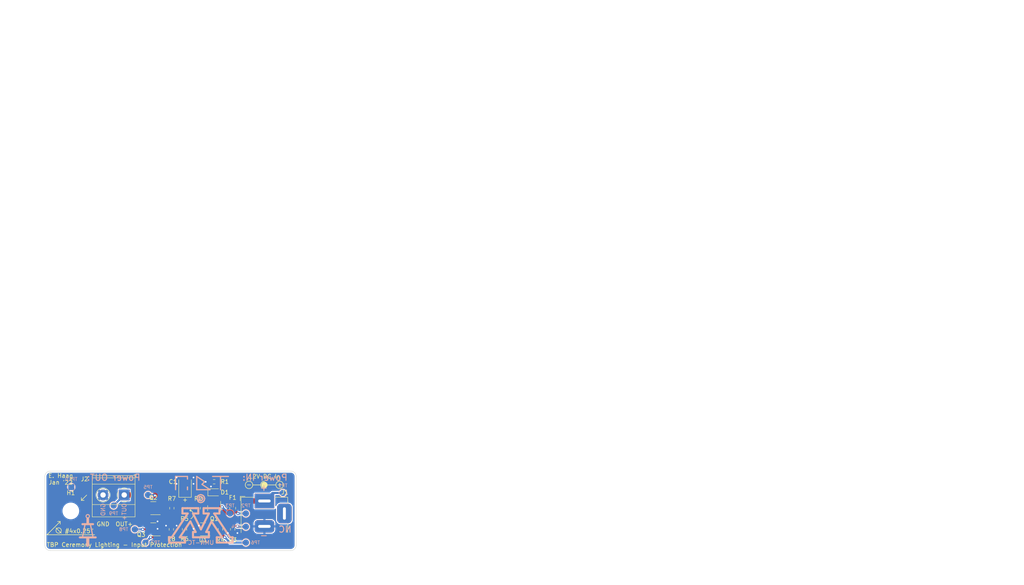
<source format=kicad_pcb>
(kicad_pcb (version 20211014) (generator pcbnew)
  (layers (0 "F.Cu" signal) (31 "B.Cu" signal) (34 "B.Paste" user) (35 "F.Paste" user) (36 "B.SilkS" user "B.Silkscreen") (37 "F.SilkS" user "F.Silkscreen") (38 "B.Mask" user) (39 "F.Mask" user) (44 "Edge.Cuts" user))
  (net 0 "")
  (net 1 "Net-(C1-Pad1)")
  (net 2 "GND")
  (net 3 "Net-(D1-Pad2)")
  (net 4 "Net-(F1-Pad1)")
  (net 5 "Net-(F1-Pad2)")
  (net 7 "Net-(J2-Pad1)")
  (net 8 "Net-(Q2-Pad1)")
  (net 9 "Net-(Q3-Pad1)")
  (net 10 "Net-(R2-Pad2)")
  (net 11 "Net-(R4-Pad2)")
  (footprint "Package_TO_SOT_SMD:SOT-23" (layer "F.Cu") (at 67.21 167.395 180)
    (fp_text reference "Q2" (at 0 2.54) (layer "F.SilkS"))
    (fp_text value "Si2369DS")
    (fp_line (start 0 -1.56) (end -1.675 -1.56) (layer "F.SilkS") (width 0.12))
    (fp_line (start 0 1.56) (end -0.65 1.56) (layer "F.SilkS") (width 0.12))
    (fp_line (start 0 1.56) (end 0.65 1.56) (layer "F.SilkS") (width 0.12))
    (fp_line (start 0 -1.56) (end 0.65 -1.56) (layer "F.SilkS") (width 0.12))
    (pad "1" smd roundrect locked (at -0.9375 -0.95 180) (size 1.475 0.6) (layers "F.Cu" "F.Paste" "F.Mask") (net 8 "Net-(Q2-Pad1)"))
    (pad "2" smd roundrect locked (at -0.9375 0.95 180) (size 1.475 0.6) (layers "F.Cu" "F.Paste" "F.Mask") (net 1 "Net-(C1-Pad1)"))
    (pad "3" smd roundrect locked (at 0.9375 0 180) (size 1.475 0.6) (layers "F.Cu" "F.Paste" "F.Mask") (net 7 "Net-(J2-Pad1)"))
  )
  (footprint "Package_TO_SOT_SMD:SOT-23" (layer "F.Cu") (at 79.155 172.475 180)
    (fp_text reference "U1" (at 0 -2.54) (layer "F.SilkS"))
    (fp_text value "ATL431DBZ")
    (fp_line (start 0 -1.56) (end 0.65 -1.56) (layer "F.SilkS") (width 0.12))
    (fp_line (start 0 -1.56) (end -1.675 -1.56) (layer "F.SilkS") (width 0.12))
    (fp_line (start 0 1.56) (end 0.65 1.56) (layer "F.SilkS") (width 0.12))
    (fp_line (start 0 1.56) (end -0.65 1.56) (layer "F.SilkS") (width 0.12))
    (pad "1" smd roundrect locked (at -0.9375 -0.95 180) (size 1.475 0.6) (layers "F.Cu" "F.Paste" "F.Mask") (net 11 "Net-(R4-Pad2)"))
    (pad "2" smd roundrect locked (at -0.9375 0.95 180) (size 1.475 0.6) (layers "F.Cu" "F.Paste" "F.Mask") (net 10 "Net-(R2-Pad2)"))
    (pad "3" smd roundrect locked (at 0.9375 0 180) (size 1.475 0.6) (layers "F.Cu" "F.Paste" "F.Mask") (net 2 "GND"))
  )
  (footprint "MountingHole:MountingHole_3.5mm" (layer "F.Cu") (at 47.405 168.055 -90)
    (fp_text reference "H1" (at -4.318 0 180) (layer "F.SilkS"))
    (fp_text value "#4 Mounting Hole")
    (pad "" np_thru_hole circle locked (at 0 0 270) (size 3.5 3.5) (drill 3.5) (layers *.Cu *.Mask))
  )
  (footprint "Resistor_SMD:R_0603_1608Metric" (layer "F.Cu") (at 74.71 172.475 -90)
    (fp_text reference "R6" (at 2.286 0) (layer "F.SilkS"))
    (fp_text value "47k")
    (fp_line (start -0.237258 0.5225) (end 0.237258 0.5225) (layer "F.SilkS") (width 0.12))
    (fp_line (start -0.237258 -0.5225) (end 0.237258 -0.5225) (layer "F.SilkS") (width 0.12))
    (pad "1" smd roundrect locked (at -0.825 0 270) (size 0.8 0.95) (layers "F.Cu" "F.Paste" "F.Mask") (net 11 "Net-(R4-Pad2)"))
    (pad "2" smd roundrect locked (at 0.825 0 270) (size 0.8 0.95) (layers "F.Cu" "F.Paste" "F.Mask") (net 9 "Net-(Q3-Pad1)"))
  )
  (footprint "Resistor_SMD:R_0603_1608Metric" (layer "F.Cu") (at 74.83 167.395 -90)
    (fp_text reference "R5" (at 2.54 0.127) (layer "F.SilkS"))
    (fp_text value "10k")
    (fp_line (start -0.237258 -0.5225) (end 0.237258 -0.5225) (layer "F.SilkS") (width 0.12))
    (fp_line (start -0.237258 0.5225) (end 0.237258 0.5225) (layer "F.SilkS") (width 0.12))
    (pad "1" smd roundrect locked (at -0.825 0 270) (size 0.8 0.95) (layers "F.Cu" "F.Paste" "F.Mask") (net 1 "Net-(C1-Pad1)"))
    (pad "2" smd roundrect locked (at 0.825 0 270) (size 0.8 0.95) (layers "F.Cu" "F.Paste" "F.Mask") (net 11 "Net-(R4-Pad2)"))
  )
  (footprint "Resistor_SMD:R_0603_1608Metric" (layer "F.Cu") (at 83.339 172.475 -90)
    (fp_text reference "R4" (at 2.54 0) (layer "F.SilkS"))
    (fp_text value "330k")
    (fp_line (start -0.237258 0.5225) (end 0.237258 0.5225) (layer "F.SilkS") (width 0.12))
    (fp_line (start -0.237258 -0.5225) (end 0.237258 -0.5225) (layer "F.SilkS") (width 0.12))
    (pad "1" smd roundrect locked (at -0.825 0 270) (size 0.8 0.95) (layers "F.Cu" "F.Paste" "F.Mask") (net 10 "Net-(R2-Pad2)"))
    (pad "2" smd roundrect locked (at 0.825 0 270) (size 0.8 0.95) (layers "F.Cu" "F.Paste" "F.Mask") (net 11 "Net-(R4-Pad2)"))
  )
  (footprint "Capacitor_Tantalum_SMD:CP_EIA-3528-12_Kemet-T" (layer "F.Cu") (at 74.83 162.315 90)
    (fp_text reference "C1" (at 1.27 -2.921) (layer "F.SilkS"))
    (fp_text value "10u")
    (fp_line (start -2.46 1.51) (end 1.75 1.51) (layer "F.SilkS") (width 0.12))
    (fp_line (start 1.75 -1.51) (end -2.46 -1.51) (layer "F.SilkS") (width 0.12))
    (fp_line (start -2.46 -1.51) (end -2.46 1.51) (layer "F.SilkS") (width 0.12))
    (pad "1" smd roundrect locked (at -1.5375 0 90) (size 1.325 2.35) (layers "F.Cu" "F.Paste" "F.Mask") (roundrect_rratio 0.1886792453) (net 1 "Net-(C1-Pad1)"))
    (pad "2" smd roundrect locked (at 1.5375 0 90) (size 1.325 2.35) (layers "F.Cu" "F.Paste" "F.Mask") (roundrect_rratio 0.1886792453) (net 2 "GND"))
  )
  (footprint "Package_TO_SOT_SMD:SOT-23" (layer "F.Cu") (at 67.21 172.475 180)
    (fp_text reference "Q3" (at 2.921 -1.27) (layer "F.SilkS"))
    (fp_text value "AO3404A")
    (fp_line (start 0 -1.56) (end -1.675 -1.56) (layer "F.SilkS") (width 0.12))
    (fp_line (start 0 1.56) (end 0.65 1.56) (layer "F.SilkS") (width 0.12))
    (fp_line (start 0 -1.56) (end 0.65 -1.56) (layer "F.SilkS") (width 0.12))
    (fp_line (start 0 1.56) (end -0.65 1.56) (layer "F.SilkS") (width 0.12))
    (pad "1" smd roundrect locked (at -0.9375 -0.95 180) (size 1.475 0.6) (layers "F.Cu" "F.Paste" "F.Mask") (net 9 "Net-(Q3-Pad1)"))
    (pad "2" smd roundrect locked (at -0.9375 0.95 180) (size 1.475 0.6) (layers "F.Cu" "F.Paste" "F.Mask") (net 2 "GND"))
    (pad "3" smd roundrect locked (at 0.9375 0 180) (size 1.475 0.6) (layers "F.Cu" "F.Paste" "F.Mask") (net 8 "Net-(Q2-Pad1)"))
  )
  (footprint "Fuse:Fuse_0805_2012Metric" (layer "F.Cu") (at 86.26 167.395 -90)
    (fp_text reference "F1" (at -2.54 0) (layer "F.SilkS"))
    (fp_text value " ‎0805L010/24YR‎")
    (fp_line (start -0.258578 0.71) (end 0.258578 0.71) (layer "F.SilkS") (width 0.12))
    (fp_line (start -0.258578 -0.71) (end 0.258578 -0.71) (layer "F.SilkS") (width 0.12))
    (pad "1" smd roundrect locked (at -0.9375 0 270) (size 0.975 1.4) (layers "F.Cu" "F.Paste" "F.Mask") (net 4 "Net-(F1-Pad1)"))
    (pad "2" smd roundrect locked (at 0.9375 0 270) (size 0.975 1.4) (layers "F.Cu" "F.Paste" "F.Mask") (net 5 "Net-(F1-Pad2)"))
  )
  (footprint "Resistor_SMD:R_0603_1608Metric" (layer "F.Cu") (at 81.815 161.045 180)
    (fp_text reference "R1" (at -2.54 0) (layer "F.SilkS"))
    (fp_text value "100k")
    (fp_line (start -0.237258 -0.5225) (end 0.237258 -0.5225) (layer "F.SilkS") (width 0.12))
    (fp_line (start -0.237258 0.5225) (end 0.237258 0.5225) (layer "F.SilkS") (width 0.12))
    (pad "1" smd roundrect locked (at -0.825 0 180) (size 0.8 0.95) (layers "F.Cu" "F.Paste" "F.Mask") (net 3 "Net-(D1-Pad2)"))
    (pad "2" smd roundrect locked (at 0.825 0 180) (size 0.8 0.95) (layers "F.Cu" "F.Paste" "F.Mask") (net 2 "GND"))
  )
  (footprint "Resistor_SMD:R_0603_1608Metric" (layer "F.Cu") (at 86.26 172.475 -90)
    (fp_text reference "R3" (at 2.54 0) (layer "F.SilkS"))
    (fp_text value "6k8")
    (fp_line (start -0.237258 0.5225) (end 0.237258 0.5225) (layer "F.SilkS") (width 0.12))
    (fp_line (start -0.237258 -0.5225) (end 0.237258 -0.5225) (layer "F.SilkS") (width 0.12))
    (pad "1" smd roundrect locked (at -0.825 0 270) (size 0.8 0.95) (layers "F.Cu" "F.Paste" "F.Mask") (net 10 "Net-(R2-Pad2)"))
    (pad "2" smd roundrect locked (at 0.825 0 270) (size 0.8 0.95) (layers "F.Cu" "F.Paste" "F.Mask") (net 2 "GND"))
  )
  (footprint "Resistor_SMD:R_0603_1608Metric" (layer "F.Cu") (at 71.535 172.475 90)
    (fp_text reference "R8" (at -2.286 0) (layer "F.SilkS"))
    (fp_text value "27k")
    (fp_line (start -0.237258 0.5225) (end 0.237258 0.5225) (layer "F.SilkS") (width 0.12))
    (fp_line (start -0.237258 -0.5225) (end 0.237258 -0.5225) (layer "F.SilkS") (width 0.12))
    (pad "1" smd roundrect locked (at -0.825 0 90) (size 0.8 0.95) (layers "F.Cu" "F.Paste" "F.Mask") (net 9 "Net-(Q3-Pad1)"))
    (pad "2" smd roundrect locked (at 0.825 0 90) (size 0.8 0.95) (layers "F.Cu" "F.Paste" "F.Mask") (net 2 "GND"))
  )
  (footprint "Package_TO_SOT_SMD:SOT-23" (layer "F.Cu") (at 81.815 167.395 -90)
    (fp_text reference "Q1" (at 2.54 0) (layer "F.SilkS"))
    (fp_text value "Si2369DS")
    (fp_line (start 0 1.56) (end -0.65 1.56) (layer "F.SilkS") (width 0.12))
    (fp_line (start 0 1.56) (end 0.65 1.56) (layer "F.SilkS") (width 0.12))
    (fp_line (start 0 -1.56) (end -1.675 -1.56) (layer "F.SilkS") (width 0.12))
    (fp_line (start 0 -1.56) (end 0.65 -1.56) (layer "F.SilkS") (width 0.12))
    (pad "1" smd roundrect locked (at -0.9375 -0.95 270) (size 1.475 0.6) (layers "F.Cu" "F.Paste" "F.Mask") (net 3 "Net-(D1-Pad2)"))
    (pad "2" smd roundrect locked (at -0.9375 0.95 270) (size 1.475 0.6) (layers "F.Cu" "F.Paste" "F.Mask") (net 1 "Net-(C1-Pad1)"))
    (pad "3" smd roundrect locked (at 0.9375 0 270) (size 1.475 0.6) (layers "F.Cu" "F.Paste" "F.Mask") (net 5 "Net-(F1-Pad2)"))
  )
  (footprint "Resistor_SMD:R_0603_1608Metric" (layer "F.Cu") (at 78.005 167.395 -90)
    (fp_text reference "R2" (at -2.286 0) (layer "F.SilkS"))
    (fp_text value "33k")
    (fp_line (start -0.237258 -0.5225) (end 0.237258 -0.5225) (layer "F.SilkS") (width 0.12))
    (fp_line (start -0.237258 0.5225) (end 0.237258 0.5225) (layer "F.SilkS") (width 0.12))
    (pad "1" smd roundrect locked (at -0.825 0 270) (size 0.8 0.95) (layers "F.Cu" "F.Paste" "F.Mask") (net 1 "Net-(C1-Pad1)"))
    (pad "2" smd roundrect locked (at 0.825 0 270) (size 0.8 0.95) (layers "F.Cu" "F.Paste" "F.Mask") (net 10 "Net-(R2-Pad2)"))
  )
  (footprint "TerminalBlock_Phoenix:TerminalBlock_Phoenix_MKDS-1,5-2-5.08_1x02_P5.08mm_Horizontal" (layer "F.Cu") (at 60.225 164.22 180)
    (fp_text reference "J2" (at 9.525 3.81 180) (layer "F.SilkS"))
    (fp_text value "Phoenix PT")
    (fp_line (start 6.355 -1.069) (end 6.308 -1.023) (layer "F.SilkS") (width 0.12))
    (fp_line (start -2.6 -2.301) (end 7.68 -2.301) (layer "F.SilkS") (width 0.12))
    (fp_line (start -2.6 -5.261) (end -2.6 4.66) (layer "F.SilkS") (width 0.12))
    (fp_line (start 3.853 1.023) (end 3.806 1.069) (layer "F.SilkS") (width 0.12))
    (fp_line (start -2.6 2.6) (end 7.68 2.6) (layer "F.SilkS") (width 0.12))
    (fp_line (start -2.6 -5.261) (end 7.68 -5.261) (layer "F.SilkS") (width 0.12))
    (fp_line (start 6.15 -1.275) (end 6.115 -1.239) (layer "F.SilkS") (width 0.12))
    (fp_line (start -2.6 4.1) (end 7.68 4.1) (layer "F.SilkS") (width 0.12))
    (fp_line (start 4.046 1.239) (end 4.011 1.274) (layer "F.SilkS") (width 0.12))
    (fp_line (start -2.84 4.16) (end -2.84 4.9) (layer "F.SilkS") (width 0.12))
    (fp_line (start 7.68 -5.261) (end 7.68 4.66) (layer "F.SilkS") (width 0.12))
    (fp_line (start -2.6 4.66) (end 7.68 4.66) (layer "F.SilkS") (width 0.12))
    (fp_line (start -2.84 4.9) (end -2.34 4.9) (layer "F.SilkS") (width 0.12))
    (fp_arc (start -1.535427 0.683042) (mid -1.680501 -0.000524) (end -1.535 -0.684) (layer "F.SilkS") (width 0.12))
    (fp_arc (start -0.683042 -1.535427) (mid 0.000524 -1.680501) (end 0.684 -1.535) (layer "F.SilkS") (width 0.12))
    (fp_arc (start 0.683318 1.534756) (mid 0.349292 1.643288) (end 0 1.68) (layer "F.SilkS") (width 0.12))
    (fp_arc (start 1.535427 -0.683042) (mid 1.680501 0.000524) (end 1.535 0.684) (layer "F.SilkS") (width 0.12))
    (fp_arc (start 0.028805 1.680253) (mid -0.335551 1.646659) (end -0.684 1.535) (layer "F.SilkS") (width 0.12))
    (fp_circle (center 5.08 0) (end 6.76 0) (layer "F.SilkS") (width 0.12) (fill none))
    (pad "1" thru_hole rect locked (at 0 0 180) (size 2.6 2.6) (drill 1.3) (layers *.Cu *.Mask) (net 7 "Net-(J2-Pad1)"))
    (pad "2" thru_hole circle locked (at 5.08 0 180) (size 2.6 2.6) (drill 1.3) (layers *.Cu *.Mask) (net 2 "GND"))
  )
  (footprint "Diode_SMD:D_SOD-323F" (layer "F.Cu") (at 81.815 163.585)
    (fp_text reference "D1" (at 2.54 0) (layer "F.SilkS"))
    (fp_text value "‎PZU16B2")
    (fp_line (start -1.5 0.85) (end 1.05 0.85) (layer "F.SilkS") (width 0.12))
    (fp_line (start -1.5 -0.85) (end -1.5 0.85) (layer "F.SilkS") (width 0.12))
    (fp_line (start -1.5 -0.85) (end 1.05 -0.85) (layer "F.SilkS") (width 0.12))
    (pad "1" smd rect locked (at -1.1 0) (size 0.5 0.5) (layers "F.Cu" "F.Paste" "F.Mask") (net 1 "Net-(C1-Pad1)"))
    (pad "2" smd rect locked (at 1.1 0) (size 0.5 0.5) (layers "F.Cu" "F.Paste" "F.Mask") (net 3 "Net-(D1-Pad2)"))
  )
  (footprint "user_Connector:BarrelJack_CUI_PJ-066A" (layer "F.Cu") (at 93.88 165.665 90)
    (fp_text reference "J1" (at 2.08 4.9025 180) (layer "F.SilkS"))
    (fp_text value "PJ-066B")
    (fp_line (start 0.9 -5.6) (end 0.9 -2.5) (layer "F.SilkS") (width 0.12))
    (fp_line (start 0.9 5.6) (end -0.5 5.6) (layer "F.SilkS") (width 0.12))
    (fp_line (start 0.05 -5.8) (end 1.1 -5.8) (layer "F.SilkS") (width 0.12))
    (fp_line (start 1.1 -4.65) (end 1.1 -5.8) (layer "F.SilkS") (width 0.12))
    (fp_line (start 0.9 2.5) (end 0.9 5.6) (layer "F.SilkS") (width 0.12))
    (fp_line (start -7.6 -5.6) (end 0.9 -5.6) (layer "F.SilkS") (width 0.12))
    (fp_line (start -5.5 5.6) (end -7.6 5.6) (layer "F.SilkS") (width 0.12))
    (pad "1" thru_hole rect (at 0 0 90) (size 3.5 4.7) (drill oval 0.7 3) (layers *.Cu *.Mask) (net 4 "Net-(F1-Pad1)"))
    (pad "2" thru_hole roundrect (at -6.1 0 90) (size 3 4.7) (drill oval 0.7 3) (layers *.Cu *.Mask) (net 2 "GND"))
    (pad "3" thru_hole roundrect (at -3 4.8 90) (size 4.7 3.5) (drill oval 3 0.7) (layers *.Cu *.Mask))
  )
  (footprint "Resistor_SMD:R_0603_1608Metric" (layer "F.Cu") (at 71.655 167.395 -90)
    (fp_text reference "R7" (at -2.286 0) (layer "F.SilkS"))
    (fp_text value "10k")
    (fp_line (start -0.237258 0.5225) (end 0.237258 0.5225) (layer "F.SilkS") (width 0.12))
    (fp_line (start -0.237258 -0.5225) (end 0.237258 -0.5225) (layer "F.SilkS") (width 0.12))
    (pad "1" smd roundrect locked (at -0.825 0 270) (size 0.8 0.95) (layers "F.Cu" "F.Paste" "F.Mask") (net 1 "Net-(C1-Pad1)"))
    (pad "2" smd roundrect locked (at 0.825 0 270) (size 0.8 0.95) (layers "F.Cu" "F.Paste" "F.Mask") (net 8 "Net-(Q2-Pad1)"))
  )
  (footprint "TestPoint:TestPoint_Pad_D1.5mm" (layer "B.Cu") (at 89.435 171.84)
    (fp_text reference "TP4" (at -2.413 0) (layer "B.SilkS") (effects (font (size 0.8 0.8) (thickness 0.12)) (justify mirror)))
    (fp_text value "TestPoint_Small")
    (fp_circle (center 0 0) (end 0 -0.95) (layer "B.SilkS") (width 0.12) (fill none))
    (pad "1" smd circle locked (at 0 0) (size 1.5 1.5) (layers "B.Cu" "B.Mask") (net 10 "Net-(R2-Pad2)"))
  )
  (footprint "TestPoint:TestPoint_Pad_D1.5mm" (layer "B.Cu") (at 85.625 168.665)
    (fp_text reference "TP3" (at 0 -1.88) (layer "B.SilkS") (effects (font (size 0.8 0.8) (thickness 0.12)) (justify mirror)))
    (fp_text value "TestPoint_Small")
    (fp_circle (center 0 0) (end 0 -0.95) (layer "B.SilkS") (width 0.12) (fill none))
    (pad "1" smd circle locked (at 0 0) (size 1.5 1.5) (layers "B.Cu" "B.Mask") (net 3 "Net-(D1-Pad2)"))
  )
  (footprint "TestPoint:TestPoint_Pad_D1.5mm" (layer "B.Cu") (at 65.94 164.22 180)
    (fp_text reference "TP5" (at 0 1.88) (layer "B.SilkS") (effects (font (size 0.8 0.8) (thickness 0.12)) (justify mirror)))
    (fp_text value "TestPoint_Small")
    (fp_circle (center 0 0) (end 0 -0.95) (layer "B.SilkS") (width 0.12) (fill none))
    (pad "1" smd circle locked (at 0 0 180) (size 1.5 1.5) (layers "B.Cu" "B.Mask") (net 1 "Net-(C1-Pad1)"))
  )
  (footprint "TestPoint:TestPoint_Pad_D1.5mm" (layer "B.Cu") (at 98.325 163.737)
    (fp_text reference "TP1" (at 0 -1.778) (layer "B.SilkS") (effects (font (size 0.8 0.8) (thickness 0.12)) (justify mirror)))
    (fp_text value "TestPoint_Small")
    (fp_circle (center 0 0) (end 0 -0.95) (layer "B.SilkS") (width 0.12) (fill none))
    (pad "1" smd circle locked (at 0 0) (size 1.5 1.5) (layers "B.Cu" "B.Mask") (net 4 "Net-(F1-Pad1)"))
  )
  (footprint "TestPoint:TestPoint_Pad_D1.5mm" (layer "B.Cu") (at 89.435 175.65 180)
    (fp_text reference "TP6" (at -2.293 0) (layer "B.SilkS") (effects (font (size 0.8 0.8) (thickness 0.12)) (justify mirror)))
    (fp_text value "TestPoint_Small")
    (fp_circle (center 0 0) (end 0 -0.95) (layer "B.SilkS") (width 0.12) (fill none))
    (pad "1" smd circle locked (at 0 0 180) (size 1.5 1.5) (layers "B.Cu" "B.Mask") (net 11 "Net-(R4-Pad2)"))
  )
  (footprint "TestPoint:TestPoint_Pad_D1.5mm" (layer "B.Cu") (at 65.305 175.65 180)
    (fp_text reference "TP7" (at -2.42 0) (layer "B.SilkS") (effects (font (size 0.8 0.8) (thickness 0.12)) (justify mirror)))
    (fp_text value "TestPoint_Small")
    (fp_circle (center 0 0) (end 0 -0.95) (layer "B.SilkS") (width 0.12) (fill none))
    (pad "1" smd circle locked (at 0 0 180) (size 1.5 1.5) (layers "B.Cu" "B.Mask") (net 9 "Net-(Q3-Pad1)"))
  )
  (footprint "TestPoint:TestPoint_Pad_D1.5mm" (layer "B.Cu") (at 57.685 166.76 180)
    (fp_text reference "TP9" (at 0 -1.905) (layer "B.SilkS") (effects (font (size 0.8 0.8) (thickness 0.12)) (justify mirror)))
    (fp_text value "TestPoint_Small")
    (fp_circle (center 0 0) (end 0 -0.95) (layer "B.SilkS") (width 0.12) (fill none))
    (pad "1" smd circle locked (at 0 0 180) (size 1.5 1.5) (layers "B.Cu" "B.Mask") (net 7 "Net-(J2-Pad1)"))
  )
  (footprint "TestPoint:TestPoint_Pad_D1.5mm" (layer "B.Cu") (at 47.525 162.315 180)
    (fp_text reference "TP10" (at 0 1.88) (layer "B.SilkS") (effects (font (size 0.8 0.8) (thickness 0.12)) (justify mirror)))
    (fp_text value "TestPoint_Small")
    (fp_circle (center 0 0) (end 0 -0.95) (layer "B.SilkS") (width 0.12) (fill none))
    (pad "1" smd circle locked (at 0 0 180) (size 1.5 1.5) (layers "B.Cu" "B.Mask") (net 2 "GND"))
  )
  (footprint "TestPoint:TestPoint_Pad_D1.5mm" (layer "B.Cu") (at 62.765 172.475 180)
    (fp_text reference "TP8" (at 2.66 0) (layer "B.SilkS") (effects (font (size 0.8 0.8) (thickness 0.12)) (justify mirror)))
    (fp_text value "TestPoint_Small")
    (fp_circle (center 0 0) (end 0 -0.95) (layer "B.SilkS") (width 0.12) (fill none))
    (pad "1" smd circle locked (at 0 0 180) (size 1.5 1.5) (layers "B.Cu" "B.Mask") (net 8 "Net-(Q2-Pad1)"))
  )
  (footprint "TestPoint:TestPoint_Pad_D1.5mm" (layer "B.Cu") (at 89.435 168.665)
    (fp_text reference "TP2" (at 0 -1.88) (layer "B.SilkS") (effects (font (size 0.8 0.8) (thickness 0.12)) (justify mirror)))
    (fp_text value "TestPoint_Small")
    (fp_circle (center 0 0) (end 0 -0.95) (layer "B.SilkS") (width 0.12) (fill none))
    (pad "1" smd circle locked (at 0 0) (size 1.5 1.5) (layers "B.Cu" "B.Mask") (net 5 "Net-(F1-Pad2)"))
  )
  (gr_circle (center 51.469 169.325) (end 51.870609 169.325) (layer "B.SilkS") (width 0.25) (fill none))
  (gr_line (start 71.655 174.38) (end 75.465 168.665) (layer "B.SilkS") (width 0.5))
  (gr_line (start 78.64 172.475) (end 80.545 168.665) (layer "B.SilkS") (width 0.5))
  (gr_line (start 77.37 173.11) (end 76.1 170.57) (layer "B.SilkS") (width 0.5))
  (gr_line (start 74.195 168.665) (end 75.465 168.665) (layer "B.SilkS") (width 0.5))
  (gr_line (start 75.4085 159.775) (end 75.4085 160.41) (layer "B.SilkS") (width 0.3))
  (gr_line (start 79.275 167.395) (end 79.275 168.665) (layer "B.SilkS") (width 0.5))
  (gr_line (start 53.374 174.405) (end 49.564 174.405) (layer "B.SilkS") (width 0.5))
  (gr_line (start 76.735 168.665) (end 78.005 168.665) (layer "B.SilkS") (width 0.5))
  (gr_line (start 72.551 159.775) (end 75.4085 159.775) (layer "B.SilkS") (width 0.3))
  (gr_line (start 77.37 173.11) (end 76.735 173.11) (layer "B.SilkS") (width 0.5))
  (gr_line (start 83.085 167.395) (end 79.275 167.395) (layer "B.SilkS") (width 0.5))
  (gr_line (start 86.26 174.38) (end 85.625 174.38) (layer "B.SilkS") (width 0.5))
  (gr_line (start 79.275 168.665) (end 80.545 168.665) (layer "B.SilkS") (width 0.5))
  (gr_line (start 78.005 167.395) (end 74.195 167.395) (layer "B.SilkS") (width 0.5))
  (gr_line (start 52.739 171.23) (end 50.199 171.23) (layer "B.SilkS") (width 0.5))
  (gr_line (start 78.005 167.395) (end 78.005 168.665) (layer "B.SilkS") (width 0.5))
  (gr_line (start 79.536 161.045) (end 78.901 161.68) (layer "B.SilkS") (width 0.3))
  (gr_line (start 72.551 162.95) (end 72.551 159.775) (layer "B.SilkS") (width 0.3))
  (gr_line (start 76.735 174.38) (end 76.735 173.11) (layer "B.SilkS") (width 0.5))
  (gr_line (start 86.26 174.38) (end 86.26 175.65) (layer "B.SilkS") (width 0.5))
  (gr_line (start 75.4085 162.315) (end 75.4085 162.95) (layer "B.SilkS") (width 0.3))
  (gr_line (start 74.195 167.395) (end 74.195 168.665) (layer "B.SilkS") (width 0.5))
  (gr_line (start 78.64 172.475) (end 76.735 168.665) (layer "B.SilkS") (width 0.5))
  (gr_line (start 50.834 171.23) (end 50.199 174.405) (layer "B.SilkS") (width 0.3))
  (gr_line (start 71.02 175.65) (end 74.83 175.65) (layer "B.SilkS") (width 0.5))
  (gr_line (start 77.631 162.95) (end 77.631 159.775) (layer "B.SilkS") (width 0.3))
  (gr_line (start 80.806 162.95) (end 77.631 162.95) (layer "B.SilkS") (width 0.3))
  (gr_line (start 79.91 173.11) (end 81.18 170.57) (layer "B.SilkS") (width 0.5))
  (gr_line (start 83.085 167.395) (end 83.085 168.665) (layer "B.SilkS") (width 0.5))
  (gr_line (start 80.545 173.11) (end 79.91 173.11) (layer "B.SilkS") (width 0.5))
  (gr_line (start 52.104 171.23) (end 52.739 174.405) (layer "B.SilkS") (width 0.3))
  (gr_line (start 81.815 168.665) (end 83.085 168.665) (layer "B.SilkS") (width 0.5))
  (gr_line (start 83.346 159.775) (end 83.346 162.95) (layer "B.SilkS") (width 0.3))
  (gr_line (start 83.72 174.38) (end 82.45 174.38) (layer "B.SilkS") (width 0.5))
  (gr_line (start 83.72 174.38) (end 81.18 170.57) (layer "B.SilkS") (width 0.5))
  (gr_line (start 74.83 174.38) (end 73.56 174.38) (layer "B.SilkS") (width 0.5))
  (gr_line (start 51.469 171.103) (end 51.469 169.96) (layer "B.SilkS") (width 0.65))
  (gr_line (start 78.901 161.68) (end 80.806 162.95) (layer "B.SilkS") (width 0.3))
  (gr_line (start 82.45 175.65) (end 86.26 175.65) (layer "B.SilkS") (width 0.5))
  (gr_line (start 51.469 176.31) (end 51.469 174.659) (layer "B.SilkS") (width 0.75))
  (gr_line (start 76.735 174.38) (end 80.545 174.38) (layer "B.SilkS") (width 0.5))
  (gr_line (start 81.441 159.775) (end 85.251 159.775) (layer "B.SilkS") (width 0.3))
  (gr_line (start 82.45 174.38) (end 82.45 175.65) (layer "B.SilkS") (width 0.5))
  (gr_line (start 80.545 174.38) (end 80.545 173.11) (layer "B.SilkS") (width 0.5))
  (gr_line (start 85.625 174.38) (end 81.815 168.665) (layer "B.SilkS") (width 0.5))
  (gr_line (start 74.83 174.38) (end 74.83 175.65) (layer "B.SilkS") (width 0.5))
  (gr_line (start 73.56 174.38) (end 76.1 170.57) (layer "B.SilkS") (width 0.5))
  (gr_line (start 77.631 159.775) (end 79.536 161.045) (layer "B.SilkS") (width 0.3))
  (gr_line (start 71.02 174.38) (end 71.655 174.38) (layer "B.SilkS") (width 0.5))
  (gr_line (start 71.02 174.38) (end 71.02 175.65) (layer "B.SilkS") (width 0.5))
  (gr_circle (center 93.88 161.807) (end 93.880001 161.807) (layer "F.SilkS") (width 0.75) (fill none))
  (gr_line (start 49.945 165.515) (end 50.58 165.515) (layer "F.SilkS") (width 0.15))
  (gr_circle (center 90.178949 161.807) (end 90.813949 162.442) (layer "F.SilkS") (width 0.15) (fill none))
  (gr_line (start 44.865 170.595) (end 44.865 171.23) (layer "F.SilkS") (width 0.15))
  (gr_line (start 75.973 167.903) (end 76.227 167.649) (layer "F.SilkS") (width 0.15))
  (gr_line (start 43.849 172.119) (end 45.119 173.389) (layer "F.SilkS") (width 0.15))
  (gr_line (start 96.637899 161.807) (end 94.233924 161.807) (layer "F.SilkS") (width 0.15))
  (gr_circle (center 97.535924 161.807) (end 96.900924 161.172) (layer "F.SilkS") (width 0.15) (fill none))
  (gr_line (start 49.945 165.515) (end 49.945 164.88) (layer "F.SilkS") (width 0.15))
  (gr_line (start 41.69 173.77) (end 53.12 173.77) (layer "F.SilkS") (width 0.15))
  (gr_arc (start 76.227 167.903) (mid 76.790799 168.919) (end 76.227 169.935) (layer "F.SilkS") (width 0.15))
  (gr_line (start 75.973 167.903) (end 76.227 168.157) (layer "F.SilkS") (width 0.15))
  (gr_line (start 91.076974 161.807) (end 92.981974 161.807) (layer "F.SilkS") (width 0.15))
  (gr_circle (center 44.484 172.754) (end 45.119 172.754) (layer "F.SilkS") (width 0.15) (fill none))
  (gr_line (start 41.69 173.77) (end 44.865 170.595) (layer "F.SilkS") (width 0.15))
  (gr_line (start 76.227 167.903) (end 75.973 167.903) (layer "F.SilkS") (width 0.15))
  (gr_line (start 51.215 164.245) (end 49.945 165.515) (layer "F.SilkS") (width 0.15))
  (gr_line (start 44.865 170.595) (end 44.23 170.595) (layer "F.SilkS") (width 0.15))
  (gr_arc (start 93.88 162.705026) (mid 92.981974 161.807) (end 93.88 160.908974) (layer "F.SilkS") (width 0.15))
  (gr_line (start 41.175 176.285) (end 41.175 159.775) (layer "Edge.Cuts") (width 0.1))
  (gr_arc (start 101.5 176.285) (mid 101.128026 177.183026) (end 100.23 177.555) (layer "Edge.Cuts") (width 0.1))
  (gr_line (start 101.5 159.775) (end 101.5 176.285) (layer "Edge.Cuts") (width 0.1))
  (gr_line (start 100.23 177.555) (end 42.445 177.555) (layer "Edge.Cuts") (width 0.1))
  (gr_line (start 100.23 158.505) (end 42.445 158.505) (layer "Edge.Cuts") (width 0.1))
  (gr_arc (start 100.23 158.505) (mid 101.128026 158.876974) (end 101.5 159.775) (layer "Edge.Cuts") (width 0.1))
  (gr_arc (start 42.445 177.555) (mid 41.546974 177.183026) (end 41.175 176.285) (layer "Edge.Cuts") (width 0.1))
  (gr_arc (start 41.175 159.775) (mid 41.546974 158.876974) (end 42.445 158.505) (layer "Edge.Cuts") (width 0.1))
  (gr_text "+" (at 93.753 162.467) (layer "B.SilkS") (effects (font (size 1.5 1.5) (thickness 0.225)) (justify mirror)))
  (gr_text "Power IN:" (at 94.007 160.029) (layer "B.SilkS") (effects (font (size 1.5 1.5) (thickness 0.225)) (justify mirror)))
  (gr_text "GND" (at 55.145 166.125 90) (layer "B.SilkS") (effects (font (size 1 1)) (justify left mirror)))
  (gr_text "@" (at 78.64 164.855) (layer "B.SilkS") (effects (font (size 2 2) (thickness 0.3)) (justify mirror)))
  (gr_text "Power OUT:" (at 57.685 160.029) (layer "B.SilkS") (effects (font (size 1.5 1.5) (thickness 0.225)) (justify mirror)))
  (gr_text "-" (at 93.753 173.897) (layer "B.SilkS") (effects (font (size 1.5 1.5) (thickness 0.225)) (justify mirror)))
  (gr_text "UMN-TC" (at 78.64 175.65) (layer "B.SilkS") (effects (font (size 1 1)) (justify mirror)))
  (gr_text "OUT+" (at 60.225 166.125 90) (layer "B.SilkS") (effects (font (size 1 1)) (justify left mirror)))
  (gr_text "NC" (at 98.833 172.475) (layer "B.SilkS") (effects (font (size 1.5 1.5) (thickness 0.225)) (justify mirror)))
  (gr_text "+" (at 74.83 165.363) (layer "F.SilkS") (effects (font (size 1 1))))
  (gr_text "TBP Ceremony Lighting - Input Protection" (at 41.563 176.183) (layer "F.SilkS") (effects (font (size 1 1)) (justify left)))
  (gr_text "E. Haag\nJan '22" (at 44.985 160.41) (layer "F.SilkS") (effects (font (size 1 1))))
  (gr_text "-" (at 90.187974 161.7308) (layer "F.SilkS") (effects (font (size 1 1))))
  (gr_text "GND" (at 55.145 171.205) (layer "F.SilkS") (effects (font (size 1 1))))
  (gr_text "OUT+" (at 60.225 171.205) (layer "F.SilkS") (effects (font (size 1 1))))
  (gr_text "12V DC In" (at 93.88 159.775) (layer "F.SilkS") (effects (font (size 1 1))))
  (gr_text "+" (at 97.535924 161.7308) (layer "F.SilkS") (effects (font (size 1 1))))
  (gr_text "#4x0.25{dblquote}" (at 49.437 172.881) (layer "F.SilkS") (effects (font (size 1 1))))
  (via (at 67.591 164.347) (size 0.8) (drill 0.4) (layers "F.Cu" "B.Cu") (net 1))
  (segment (start 65.94 164.22) (end 67.464 164.22) (width 0.508) (layer "B.Cu") (net 1))
  (segment (start 67.464 164.22) (end 67.591 164.347) (width 0.508) (layer "B.Cu") (net 1))
  (segment (start 80.99 161.045) (end 80.99 162.125) (width 0.508) (layer "F.Cu") (net 2))
  (segment (start 78.2175 172.475) (end 78.2175 171.6645) (width 0.508) (layer "F.Cu") (net 2))
  (segment (start 86.26 173.3) (end 85.181 173.3) (width 0.508) (layer "F.Cu") (net 2))
  (segment (start 68.1475 170.6485) (end 68.226 170.57) (width 0.508) (layer "F.Cu") (net 2))
  (segment (start 70.329 171.65) (end 70.265 171.586) (width 0.508) (layer "F.Cu") (net 2))
  (segment (start 76.869 172.348) (end 78.0905 172.348) (width 0.508) (layer "F.Cu") (net 2))
  (segment (start 78.0905 172.348) (end 78.2175 172.475) (width 0.508) (layer "F.Cu") (net 2))
  (segment (start 68.1475 172.2695) (end 68.226 172.348) (width 0.508) (layer "F.Cu") (net 2))
  (segment (start 71.535 171.65) (end 70.329 171.65) (width 0.508) (layer "F.Cu") (net 2))
  (segment (start 80.965 161.07) (end 80.99 161.045) (width 0.508) (layer "F.Cu") (net 2))
  (segment (start 85.181 173.3) (end 85.117 173.364) (width 0.508) (layer "F.Cu") (net 2))
  (segment (start 68.1475 171.525) (end 68.1475 172.2695) (width 0.508) (layer "F.Cu") (net 2))
  (segment (start 78.2175 171.6645) (end 78.139 171.586) (width 0.508) (layer "F.Cu") (net 2))
  (segment (start 79.79 161.07) (end 80.965 161.07) (width 0.508) (layer "F.Cu") (net 2))
  (segment (start 86.26 173.3) (end 87.339 173.3) (width 0.508) (layer "F.Cu") (net 2))
  (segment (start 80.99 162.125) (end 81.053 162.188) (width 0.508) (layer "F.Cu") (net 2))
  (segment (start 87.339 173.3) (end 87.403 173.364) (width 0.508) (layer "F.Cu") (net 2))
  (segment (start 71.535 171.65) (end 72.741 171.65) (width 0.508) (layer "F.Cu") (net 2))
  (segment (start 68.1475 171.525) (end 68.1475 170.6485) (width 0.508) (layer "F.Cu") (net 2))
  (segment (start 72.741 171.65) (end 72.805 171.586) (width 0.508) (layer "F.Cu") (net 2))
  (via (at 68.226 172.348) (size 0.8) (drill 0.4) (layers "F.Cu" "B.Cu") (net 2))
  (via (at 87.403 173.364) (size 0.8) (drill 0.4) (layers "F.Cu" "B.Cu") (net 2))
  (via (at 85.117 173.364) (size 0.8) (drill 0.4) (layers "F.Cu" "B.Cu") (net 2))
  (via (at 76.862 161.553) (size 0.8) (drill 0.4) (layers "F.Cu" "B.Cu") (net 2))
  (via (at 81.053 162.188) (size 0.8) (drill 0.4) (layers "F.Cu" "B.Cu") (net 2))
  (via (at 76.869 172.348) (size 0.8) (drill 0.4) (layers "F.Cu" "B.Cu") (net 2))
  (via (at 79.79 161.07) (size 0.8) (drill 0.4) (layers "F.Cu" "B.Cu") (net 2))
  (via (at 78.139 171.586) (size 0.8) (drill 0.4) (layers "F.Cu" "B.Cu") (net 2))
  (via (at 72.794748 161.553) (size 0.8) (drill 0.4) (layers "F.Cu" "B.Cu") (net 2))
  (via (at 76.862 160.029) (size 0.8) (drill 0.4) (layers "F.Cu" "B.Cu") (net 2))
  (via (at 68.226 170.57) (size 0.8) (drill 0.4) (layers "F.Cu" "B.Cu") (net 2))
  (via (at 70.265 171.586) (size 0.8) (drill 0.4) (layers "F.Cu" "B.Cu") (net 2))
  (via (at 72.798 160.029) (size 0.8) (drill 0.4) (layers "F.Cu" "B.Cu") (net 2))
  (via (at 72.805 171.586) (size 0.8) (drill 0.4) (layers "F.Cu" "B.Cu") (net 2))
  (segment (start 83.4055 167.098) (end 82.765 166.4575) (width 0.508) (layer "F.Cu") (net 3))
  (segment (start 82.765 161.17) (end 82.64 161.045) (width 0.508) (layer "F.Cu") (net 3))
  (segment (start 83.72 167.098) (end 83.4055 167.098) (width 0.508) (layer "F.Cu") (net 3))
  (segment (start 82.765 166.4575) (end 82.765 161.17) (width 0.508) (layer "F.Cu") (net 3))
  (via (at 83.72 167.098) (size 0.8) (drill 0.4) (layers "F.Cu" "B.Cu") (net 3))
  (segment (start 85.287 168.665) (end 83.72 167.098) (width 0.508) (layer "B.Cu") (net 3))
  (segment (start 85.625 168.665) (end 85.287 168.665) (width 0.508) (layer "B.Cu") (net 3))
  (segment (start 93.88 165.665) (end 87.0525 165.665) (width 1.27) (layer "F.Cu") (net 4))
  (segment (start 87.0525 165.665) (end 86.26 166.4575) (width 1.27) (layer "F.Cu") (net 4))
  (segment (start 95.808 163.737) (end 93.88 165.665) (width 0.508) (layer "B.Cu") (net 4))
  (segment (start 98.325 163.737) (end 95.808 163.737) (width 0.508) (layer "B.Cu") (net 4))
  (segment (start 87.53 168.665) (end 87.1975 168.3325) (width 0.508) (layer "F.Cu") (net 5))
  (segment (start 87.1975 168.3325) (end 86.26 168.3325) (width 0.508) (layer "F.Cu") (net 5))
  (segment (start 86.26 168.3325) (end 81.815 168.3325) (width 1.27) (layer "F.Cu") (net 5))
  (via (at 87.53 168.665) (size 0.8) (drill 0.4) (layers "F.Cu" "B.Cu") (net 5))
  (segment (start 89.435 168.665) (end 87.53 168.665) (width 0.508) (layer "B.Cu") (net 5))
  (segment (start 60.225 164.22) (end 63.0975 164.22) (width 1.27) (layer "F.Cu") (net 7))
  (segment (start 63.0975 164.22) (end 66.2725 167.395) (width 1.27) (layer "F.Cu") (net 7))
  (segment (start 57.685 166.76) (end 60.225 164.22) (width 0.508) (layer "B.Cu") (net 7))
  (segment (start 71.655 168.22) (end 68.2725 168.22) (width 0.508) (layer "F.Cu") (net 8))
  (segment (start 66.829 169.6635) (end 68.1475 168.345) (width 0.508) (layer "F.Cu") (net 8))
  (segment (start 64.67 172.475) (end 66.2725 172.475) (width 0.508) (layer "F.Cu") (net 8))
  (segment (start 68.2725 168.22) (end 68.1475 168.345) (width 0.508) (layer "F.Cu") (net 8))
  (segment (start 66.829 171.9185) (end 66.829 169.6635) (width 0.508) (layer "F.Cu") (net 8))
  (segment (start 66.2725 172.475) (end 66.829 171.9185) (width 0.508) (layer "F.Cu") (net 8))
  (via (at 64.67 172.475) (size 0.8) (drill 0.4) (layers "F.Cu" "B.Cu") (net 8))
  (segment (start 62.765 172.475) (end 64.67 172.475) (width 0.508) (layer "B.Cu") (net 8))
  (segment (start 67.1925 174.38) (end 68.1475 173.425) (width 0.508) (layer "F.Cu") (net 9))
  (segment (start 66.575 174.38) (end 67.1925 174.38) (width 0.508) (layer "F.Cu") (net 9))
  (segment (start 68.1475 173.425) (end 74.585 173.425) (width 0.508) (layer "F.Cu") (net 9))
  (segment (start 74.585 173.425) (end 74.71 173.3) (width 0.508) (layer "F.Cu") (net 9))
  (via (at 66.575 174.38) (size 0.8) (drill 0.4) (layers "F.Cu" "B.Cu") (net 9))
  (segment (start 65.305 175.65) (end 66.575 174.38) (width 0.508) (layer "B.Cu") (net 9))
  (segment (start 80.2175 171.65) (end 80.0925 171.525) (width 0.508) (layer "F.Cu") (net 10))
  (segment (start 86.26 171.65) (end 87.34 171.65) (width 0.508) (layer "F.Cu") (net 10))
  (segment (start 87.34 171.65) (end 87.403 171.713) (width 0.508) (layer "F.Cu") (net 10))
  (segment (start 78.005 169.4375) (end 78.005 168.22) (width 0.508) (layer "F.Cu") (net 10))
  (segment (start 80.0925 171.525) (end 78.005 169.4375) (width 0.508) (layer "F.Cu") (net 10))
  (segment (start 86.26 171.65) (end 80.2175 171.65) (width 0.508) (layer "F.Cu") (net 10))
  (via (at 87.403 171.713) (size 0.8) (drill 0.4) (layers "F.Cu" "B.Cu") (net 10))
  (segment (start 87.53 171.84) (end 87.403 171.713) (width 0.508) (layer "B.Cu") (net 10))
  (segment (start 89.435 171.84) (end 87.53 171.84) (width 0.508) (layer "B.Cu") (net 10))
  (segment (start 80.2175 173.3) (end 80.0925 173.425) (width 0.508) (layer "F.Cu") (net 11))
  (segment (start 84.355 174.38) (end 84.355 174.316) (width 0.508) (layer "F.Cu") (net 11))
  (segment (start 74.71 168.34) (end 74.83 168.22) (width 0.508) (layer "F.Cu") (net 11))
  (segment (start 84.355 174.316) (end 83.339 173.3) (width 0.508) (layer "F.Cu") (net 11))
  (segment (start 80.0925 173.425) (end 76.485 173.425) (width 0.508) (layer "F.Cu") (net 11))
  (segment (start 74.71 171.65) (end 74.71 168.34) (width 0.508) (layer "F.Cu") (net 11))
  (segment (start 83.339 173.3) (end 80.2175 173.3) (width 0.508) (layer "F.Cu") (net 11))
  (segment (start 76.485 173.425) (end 74.71 171.65) (width 0.508) (layer "F.Cu") (net 11))
  (via (at 84.355 174.38) (size 0.8) (drill 0.4) (layers "F.Cu" "B.Cu") (net 11))
  (segment (start 85.625 175.65) (end 84.355 174.38) (width 0.508) (layer "B.Cu") (net 11))
  (segment (start 89.435 175.65) (end 85.625 175.65) (width 0.508) (layer "B.Cu") (net 11))
  (zone (net 1) (net_name "Net-(C1-Pad1)") (layer "F.Cu") (priority 1) (connect_pads (clearance 0.254)) (min_thickness 0.254) (fill yes (thermal_gap 0.254) (thermal_bridge_width 0.508) (smoothing fillet) (radius 0.635))
    (polygon (pts (xy 81.942 167.395) (xy 67.21 167.395) (xy 67.21 162.823) (xy 81.942 162.823)))
  )
  (zone (net 2) (net_name "GND") (layer "F.Cu") (connect_pads (clearance 0.254)) (min_thickness 0.254) (fill yes (thermal_gap 0.254) (thermal_bridge_width 0.508) (smoothing fillet) (radius 0.635))
    (polygon (pts (xy 72.036 159.267) (xy 77.624 159.267) (xy 77.624 162.315) (xy 72.036 162.315)))
  )
  (zone (net 2) (net_name "GND") (layer "B.Cu") (connect_pads (clearance 0.254)) (min_thickness 0.254) (fill yes (thermal_gap 0.254) (thermal_bridge_width 0.508) (smoothing fillet) (radius 1.27) (island_removal_mode 2) (island_area_min 0.006451))
    (polygon (pts (xy 41.175 158.505) (xy 101.5 158.505) (xy 101.5 177.555) (xy 41.175 177.555)))
  )
)
</source>
